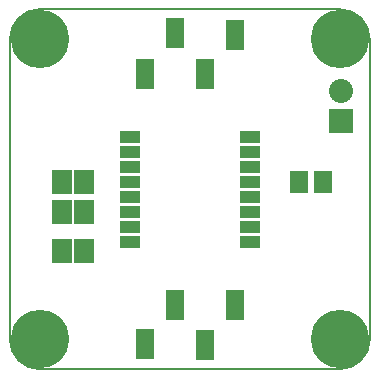
<source format=gbs>
G04 (created by PCBNEW (2013-03-15 BZR 4003)-stable) date 22-Apr-13 3:44:32 PM*
%MOIN*%
G04 Gerber Fmt 3.4, Leading zero omitted, Abs format*
%FSLAX34Y34*%
G01*
G70*
G90*
G04 APERTURE LIST*
%ADD10C,0.003*%
%ADD11C,0.005*%
%ADD12R,0.08X0.08*%
%ADD13C,0.08*%
%ADD14R,0.065X0.04*%
%ADD15C,0.195*%
%ADD16R,0.06X0.1*%
%ADD17R,0.0712X0.079*%
%ADD18R,0.062X0.076*%
G04 APERTURE END LIST*
G54D10*
G54D11*
X22000Y-11000D02*
G75*
G03X21000Y-10000I-1000J0D01*
G74*
G01*
X11000Y-10000D02*
G75*
G03X10000Y-11000I0J-1000D01*
G74*
G01*
X10000Y-21000D02*
G75*
G03X11000Y-22000I1000J0D01*
G74*
G01*
X21000Y-22000D02*
G75*
G03X22000Y-21000I0J1000D01*
G74*
G01*
X10000Y-21000D02*
X10000Y-11000D01*
X21000Y-22000D02*
X11000Y-22000D01*
X22000Y-11000D02*
X22000Y-21000D01*
X11000Y-10000D02*
X21000Y-10000D01*
G54D12*
X21025Y-13725D03*
G54D13*
X21025Y-12725D03*
G54D14*
X14000Y-17750D03*
X14000Y-17250D03*
X14000Y-16750D03*
X14000Y-16250D03*
X14000Y-15750D03*
X14000Y-15250D03*
X14000Y-14750D03*
X14000Y-14250D03*
X18000Y-14250D03*
X18000Y-14750D03*
X18000Y-15250D03*
X18000Y-15750D03*
X18000Y-16250D03*
X18000Y-16750D03*
X18000Y-17250D03*
X18000Y-17750D03*
G54D15*
X21000Y-11000D03*
X11000Y-11000D03*
X11000Y-21000D03*
X21000Y-21000D03*
G54D16*
X17500Y-10850D03*
X16500Y-12150D03*
X15500Y-10800D03*
X14500Y-12150D03*
X14500Y-21150D03*
X15500Y-19850D03*
X16500Y-21200D03*
X17500Y-19850D03*
G54D17*
X11725Y-16750D03*
X12475Y-16750D03*
X11725Y-15750D03*
X12475Y-15750D03*
X11725Y-18050D03*
X12475Y-18050D03*
G54D18*
X20450Y-15750D03*
X19650Y-15750D03*
M02*

</source>
